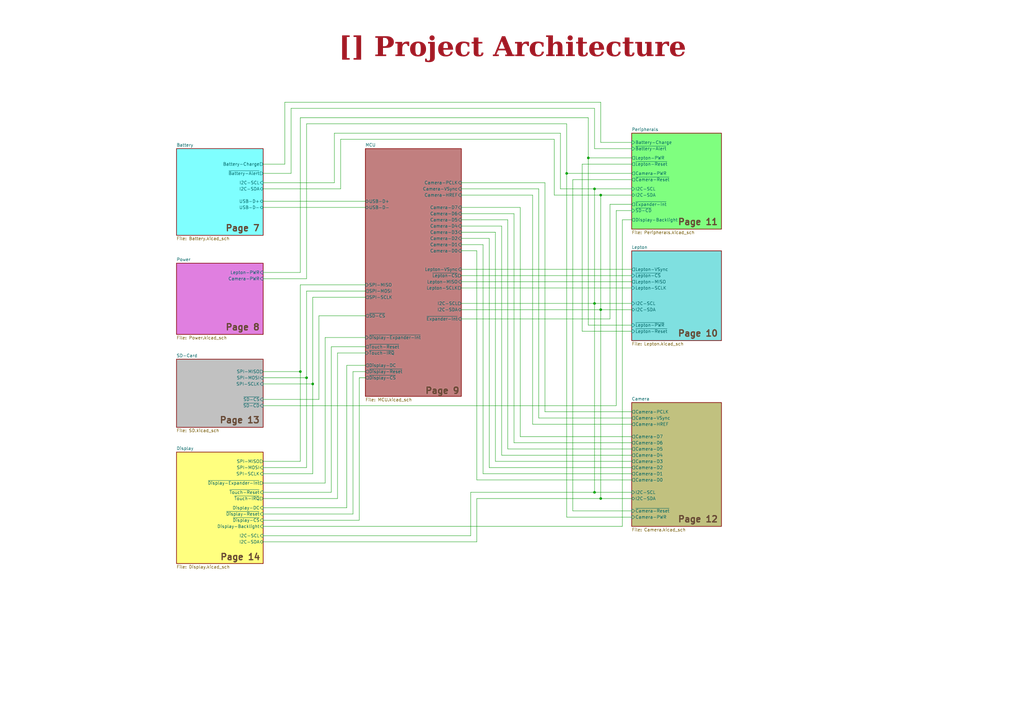
<source format=kicad_sch>
(kicad_sch
	(version 20250114)
	(generator "eeschema")
	(generator_version "9.0")
	(uuid "07236397-3ba4-47af-9809-3faac3a2aa49")
	(paper "A3")
	(title_block
		(title "Project Architecture")
		(date "2025-12-19")
		(rev "1")
		(company "${COMPANY}")
	)
	(lib_symbols)
	(text "Page 12"
		(exclude_from_sim no)
		(at 294.64 214.63 0)
		(effects
			(font
				(size 2.54 2.54)
				(bold yes)
				(color 100 70 50 1)
			)
			(justify right bottom)
			(href "#12")
		)
		(uuid "2871cd6c-ab66-4d2f-945b-4de70451c7bb")
	)
	(text "Page 11"
		(exclude_from_sim no)
		(at 294.64 92.71 0)
		(effects
			(font
				(size 2.54 2.54)
				(bold yes)
				(color 100 70 50 1)
			)
			(justify right bottom)
			(href "#11")
		)
		(uuid "57c57f56-0668-434e-81c6-7933fb1a8739")
	)
	(text "Page 13"
		(exclude_from_sim no)
		(at 106.68 173.99 0)
		(effects
			(font
				(size 2.54 2.54)
				(bold yes)
				(color 100 70 50 1)
			)
			(justify right bottom)
			(href "#13")
		)
		(uuid "638a784c-fcfc-4968-a5b5-85351d5d3388")
	)
	(text "Page 8"
		(exclude_from_sim no)
		(at 106.68 135.89 0)
		(effects
			(font
				(size 2.54 2.54)
				(bold yes)
				(color 100 70 50 1)
			)
			(justify right bottom)
			(href "#8")
		)
		(uuid "881cb629-4be2-4095-a103-2b2e6c9dc40b")
	)
	(text "Page 10"
		(exclude_from_sim no)
		(at 294.64 138.43 0)
		(effects
			(font
				(size 2.54 2.54)
				(bold yes)
				(color 100 70 50 1)
			)
			(justify right bottom)
			(href "#10")
		)
		(uuid "ae4d22cd-dc7b-44a1-8d5c-66824d4ee20d")
	)
	(text "Page 7"
		(exclude_from_sim no)
		(at 106.68 95.25 0)
		(effects
			(font
				(size 2.54 2.54)
				(bold yes)
				(color 100 70 50 1)
			)
			(justify right bottom)
			(href "#7")
		)
		(uuid "eb9a5743-4b3b-4757-96a2-046b4222c66f")
	)
	(text "Page 14"
		(exclude_from_sim no)
		(at 106.934 230.124 0)
		(effects
			(font
				(size 2.54 2.54)
				(bold yes)
				(color 100 70 50 1)
			)
			(justify right bottom)
			(href "#14")
		)
		(uuid "eee45d71-32fa-499f-a555-793967ed7e86")
	)
	(text "Page 9"
		(exclude_from_sim no)
		(at 188.595 161.925 0)
		(effects
			(font
				(size 2.54 2.54)
				(bold yes)
				(color 100 70 50 1)
			)
			(justify right bottom)
			(href "#9")
		)
		(uuid "fb19da00-d769-44a0-a5aa-b9a7506c2fc3")
	)
	(text_box "[${#}] ${TITLE}"
		(exclude_from_sim no)
		(at 12.7 12.7 0)
		(size 394.97 13.97)
		(margins 5.9999 5.9999 5.9999 5.9999)
		(stroke
			(width -0.0001)
			(type default)
		)
		(fill
			(type none)
		)
		(effects
			(font
				(face "Times New Roman")
				(size 8 8)
				(thickness 1.2)
				(bold yes)
				(color 162 22 34 1)
			)
		)
		(uuid "f4789478-c68e-4cee-9edd-5d11b744f94d")
	)
	(junction
		(at 243.84 77.47)
		(diameter 0)
		(color 0 0 0 0)
		(uuid "02564839-3fcb-4e0d-8c32-10df48b0f336")
	)
	(junction
		(at 125.73 154.94)
		(diameter 0)
		(color 0 0 0 0)
		(uuid "2e8a310f-64ea-4ae9-bdcc-d377c0acf538")
	)
	(junction
		(at 246.38 127)
		(diameter 0)
		(color 0 0 0 0)
		(uuid "5def8977-ce82-46a3-bed1-acace2146770")
	)
	(junction
		(at 241.3 64.77)
		(diameter 0)
		(color 0 0 0 0)
		(uuid "62f851bf-d1d5-4799-a7fd-1659782baf58")
	)
	(junction
		(at 232.41 71.12)
		(diameter 0)
		(color 0 0 0 0)
		(uuid "6c782de9-41bd-4201-b74a-dc4bff95e6c5")
	)
	(junction
		(at 123.19 152.4)
		(diameter 0)
		(color 0 0 0 0)
		(uuid "ac19c8e7-70a3-441e-9f5f-621b60d02cb5")
	)
	(junction
		(at 246.38 204.47)
		(diameter 0)
		(color 0 0 0 0)
		(uuid "b22d8c19-7456-4fbd-9bc0-1e298a822213")
	)
	(junction
		(at 128.27 157.48)
		(diameter 0)
		(color 0 0 0 0)
		(uuid "ce455330-64f2-4700-a268-92552285f847")
	)
	(junction
		(at 243.84 201.93)
		(diameter 0)
		(color 0 0 0 0)
		(uuid "d049ad6c-f75e-4eea-8bdc-01e23b2220b3")
	)
	(junction
		(at 246.38 80.01)
		(diameter 0)
		(color 0 0 0 0)
		(uuid "d80b6992-573a-4394-aedf-e247a45282e4")
	)
	(junction
		(at 243.84 124.46)
		(diameter 0)
		(color 0 0 0 0)
		(uuid "e5050336-5d19-4805-a071-7a27452f3f5c")
	)
	(wire
		(pts
			(xy 125.73 191.77) (xy 125.73 154.94)
		)
		(stroke
			(width 0)
			(type default)
		)
		(uuid "013ab93c-2a72-4e44-a514-5f6a79147866")
	)
	(wire
		(pts
			(xy 107.95 114.3) (xy 125.73 114.3)
		)
		(stroke
			(width 0)
			(type default)
		)
		(uuid "01bca6a3-c4ab-4430-90d6-64d17d353442")
	)
	(wire
		(pts
			(xy 144.78 152.4) (xy 149.86 152.4)
		)
		(stroke
			(width 0)
			(type default)
		)
		(uuid "021e5007-3396-4f06-8bfc-f9de150fbfc6")
	)
	(wire
		(pts
			(xy 259.08 86.36) (xy 252.73 86.36)
		)
		(stroke
			(width 0)
			(type default)
		)
		(uuid "02b74a90-a18b-49f7-8b8b-a85fe43ce3a1")
	)
	(wire
		(pts
			(xy 243.84 44.45) (xy 243.84 60.96)
		)
		(stroke
			(width 0)
			(type default)
		)
		(uuid "06553809-6ae2-4c78-aa23-e70245c05d2d")
	)
	(wire
		(pts
			(xy 125.73 154.94) (xy 107.95 154.94)
		)
		(stroke
			(width 0)
			(type default)
		)
		(uuid "074a71ea-1e53-4a79-8123-9c085078b3da")
	)
	(wire
		(pts
			(xy 205.74 92.71) (xy 189.23 92.71)
		)
		(stroke
			(width 0)
			(type default)
		)
		(uuid "0abb9731-dc7b-47ba-b6fd-61666cc5d410")
	)
	(wire
		(pts
			(xy 259.08 186.69) (xy 205.74 186.69)
		)
		(stroke
			(width 0)
			(type default)
		)
		(uuid "148d74da-f775-425b-95ed-ed00de405cc6")
	)
	(wire
		(pts
			(xy 189.23 90.17) (xy 208.28 90.17)
		)
		(stroke
			(width 0)
			(type default)
		)
		(uuid "157b110a-1140-42d5-bfd3-db0ee4d287f9")
	)
	(wire
		(pts
			(xy 223.52 74.93) (xy 223.52 168.91)
		)
		(stroke
			(width 0)
			(type default)
		)
		(uuid "1624cfa1-279c-43f7-b70e-c4aec07175ce")
	)
	(wire
		(pts
			(xy 128.27 194.31) (xy 128.27 157.48)
		)
		(stroke
			(width 0)
			(type default)
		)
		(uuid "164fad39-adf1-455b-861e-3267588eaf90")
	)
	(wire
		(pts
			(xy 193.04 219.71) (xy 193.04 201.93)
		)
		(stroke
			(width 0)
			(type default)
		)
		(uuid "166b5da1-cf2c-495b-ac8b-ab255b7c8384")
	)
	(wire
		(pts
			(xy 116.84 67.31) (xy 116.84 41.91)
		)
		(stroke
			(width 0)
			(type default)
		)
		(uuid "1712027b-7377-4843-864d-c67fdac42625")
	)
	(wire
		(pts
			(xy 107.95 219.71) (xy 193.04 219.71)
		)
		(stroke
			(width 0)
			(type default)
		)
		(uuid "178391c6-455a-48a9-9188-05fce18f3d99")
	)
	(wire
		(pts
			(xy 107.95 194.31) (xy 128.27 194.31)
		)
		(stroke
			(width 0)
			(type default)
		)
		(uuid "1854a2ea-040d-4122-803e-27da847b83b2")
	)
	(wire
		(pts
			(xy 133.35 198.12) (xy 133.35 138.43)
		)
		(stroke
			(width 0)
			(type default)
		)
		(uuid "18d89f5c-87d2-4f4a-b7a8-55da149a9e26")
	)
	(wire
		(pts
			(xy 243.84 60.96) (xy 259.08 60.96)
		)
		(stroke
			(width 0)
			(type default)
		)
		(uuid "19364eea-2102-497a-aa55-d610d3fd19a6")
	)
	(wire
		(pts
			(xy 149.86 121.92) (xy 128.27 121.92)
		)
		(stroke
			(width 0)
			(type default)
		)
		(uuid "1b72fd4d-f4f9-45f3-8637-405c9b20d92b")
	)
	(wire
		(pts
			(xy 119.38 71.12) (xy 119.38 44.45)
		)
		(stroke
			(width 0)
			(type default)
		)
		(uuid "1f10b01f-0ac2-4195-be83-17d51c4339cf")
	)
	(wire
		(pts
			(xy 144.78 210.82) (xy 144.78 152.4)
		)
		(stroke
			(width 0)
			(type default)
		)
		(uuid "20dcff58-b042-4660-8d94-af9deab71751")
	)
	(wire
		(pts
			(xy 107.95 191.77) (xy 125.73 191.77)
		)
		(stroke
			(width 0)
			(type default)
		)
		(uuid "241118a6-08bd-47a1-a401-e4ab65720f4f")
	)
	(wire
		(pts
			(xy 259.08 204.47) (xy 246.38 204.47)
		)
		(stroke
			(width 0)
			(type default)
		)
		(uuid "24c8baa2-51d8-4b05-9bbf-4a927f69fd22")
	)
	(wire
		(pts
			(xy 250.19 83.82) (xy 259.08 83.82)
		)
		(stroke
			(width 0)
			(type default)
		)
		(uuid "25b759f3-51c9-4499-ad2f-5c9aa8f7fc3a")
	)
	(wire
		(pts
			(xy 238.76 67.31) (xy 259.08 67.31)
		)
		(stroke
			(width 0)
			(type default)
		)
		(uuid "26af439b-e20a-4fad-9cff-ad2110d68214")
	)
	(wire
		(pts
			(xy 130.81 129.54) (xy 149.86 129.54)
		)
		(stroke
			(width 0)
			(type default)
		)
		(uuid "26ca6896-4164-4c56-a26c-15bcfe61fd14")
	)
	(wire
		(pts
			(xy 250.19 83.82) (xy 250.19 130.81)
		)
		(stroke
			(width 0)
			(type default)
		)
		(uuid "28c97eaa-2fee-474b-a4ff-9d70f09aa0ed")
	)
	(wire
		(pts
			(xy 246.38 80.01) (xy 259.08 80.01)
		)
		(stroke
			(width 0)
			(type default)
		)
		(uuid "2941cc61-4cb9-4bff-a82d-cda73dba433f")
	)
	(wire
		(pts
			(xy 238.76 135.89) (xy 259.08 135.89)
		)
		(stroke
			(width 0)
			(type default)
		)
		(uuid "307d2a96-5611-44e9-8358-43b7ad911826")
	)
	(wire
		(pts
			(xy 107.95 163.83) (xy 130.81 163.83)
		)
		(stroke
			(width 0)
			(type default)
		)
		(uuid "3171bbf9-1a3a-4633-8124-60ba24fcd504")
	)
	(wire
		(pts
			(xy 243.84 77.47) (xy 229.87 77.47)
		)
		(stroke
			(width 0)
			(type default)
		)
		(uuid "31907d7f-d146-4224-8bc1-abf49d587d11")
	)
	(wire
		(pts
			(xy 193.04 201.93) (xy 243.84 201.93)
		)
		(stroke
			(width 0)
			(type default)
		)
		(uuid "3316565b-f9aa-444a-9696-66e5403a5c91")
	)
	(wire
		(pts
			(xy 234.95 209.55) (xy 259.08 209.55)
		)
		(stroke
			(width 0)
			(type default)
		)
		(uuid "346abd03-4353-49f0-afc3-d1476c64ebe4")
	)
	(wire
		(pts
			(xy 135.89 201.93) (xy 107.95 201.93)
		)
		(stroke
			(width 0)
			(type default)
		)
		(uuid "35df957c-9c90-4767-8450-370740606d83")
	)
	(wire
		(pts
			(xy 220.98 171.45) (xy 220.98 77.47)
		)
		(stroke
			(width 0)
			(type default)
		)
		(uuid "370a56c4-5688-4f5c-8ba4-52aaebb595b2")
	)
	(wire
		(pts
			(xy 149.86 119.38) (xy 125.73 119.38)
		)
		(stroke
			(width 0)
			(type default)
		)
		(uuid "380aafea-950e-46f2-b222-8ee92832300f")
	)
	(wire
		(pts
			(xy 252.73 86.36) (xy 252.73 166.37)
		)
		(stroke
			(width 0)
			(type default)
		)
		(uuid "3b5708e8-7232-4fdf-83c2-0f2ef06edd3c")
	)
	(wire
		(pts
			(xy 138.43 204.47) (xy 138.43 144.78)
		)
		(stroke
			(width 0)
			(type default)
		)
		(uuid "3bfdbb4d-979d-437e-ae25-65fb352073e3")
	)
	(wire
		(pts
			(xy 107.95 198.12) (xy 133.35 198.12)
		)
		(stroke
			(width 0)
			(type default)
		)
		(uuid "3c82a646-858d-4a6f-b0ea-52d5bd7baf5f")
	)
	(wire
		(pts
			(xy 259.08 90.17) (xy 255.27 90.17)
		)
		(stroke
			(width 0)
			(type default)
		)
		(uuid "403a7663-1cbc-4383-8805-2063e7e849d8")
	)
	(wire
		(pts
			(xy 123.19 189.23) (xy 123.19 152.4)
		)
		(stroke
			(width 0)
			(type default)
		)
		(uuid "440e5673-5bba-409c-9622-01964138d098")
	)
	(wire
		(pts
			(xy 139.7 57.15) (xy 139.7 77.47)
		)
		(stroke
			(width 0)
			(type default)
		)
		(uuid "44109d21-f5d3-4dba-9309-15bf6174ba8b")
	)
	(wire
		(pts
			(xy 149.86 116.84) (xy 123.19 116.84)
		)
		(stroke
			(width 0)
			(type default)
		)
		(uuid "453fb578-f5a2-40ba-920b-d63b6a5dd18b")
	)
	(wire
		(pts
			(xy 232.41 71.12) (xy 259.08 71.12)
		)
		(stroke
			(width 0)
			(type default)
		)
		(uuid "4b49c380-9323-40f3-ae8c-0c12d40d5974")
	)
	(wire
		(pts
			(xy 243.84 124.46) (xy 259.08 124.46)
		)
		(stroke
			(width 0)
			(type default)
		)
		(uuid "52573a77-7131-487c-9450-782f75c6d378")
	)
	(wire
		(pts
			(xy 205.74 186.69) (xy 205.74 92.71)
		)
		(stroke
			(width 0)
			(type default)
		)
		(uuid "52dbfb34-d667-4289-b9bc-f8d2cc8f7dc7")
	)
	(wire
		(pts
			(xy 189.23 113.03) (xy 259.08 113.03)
		)
		(stroke
			(width 0)
			(type default)
		)
		(uuid "53740df2-a1ba-4fb5-b1e1-19398fdbf7e4")
	)
	(wire
		(pts
			(xy 107.95 210.82) (xy 144.78 210.82)
		)
		(stroke
			(width 0)
			(type default)
		)
		(uuid "55d8f367-390a-4d46-a104-2754e25c4a95")
	)
	(wire
		(pts
			(xy 259.08 133.35) (xy 241.3 133.35)
		)
		(stroke
			(width 0)
			(type default)
		)
		(uuid "5a5ddd46-1325-4105-807a-a44f0f06a75d")
	)
	(wire
		(pts
			(xy 223.52 168.91) (xy 259.08 168.91)
		)
		(stroke
			(width 0)
			(type default)
		)
		(uuid "5d0bd712-31a3-4d4f-8631-809621ad94cc")
	)
	(wire
		(pts
			(xy 107.95 67.31) (xy 116.84 67.31)
		)
		(stroke
			(width 0)
			(type default)
		)
		(uuid "6032cacc-2f80-46f5-bc7b-cf10af0ae119")
	)
	(wire
		(pts
			(xy 208.28 90.17) (xy 208.28 184.15)
		)
		(stroke
			(width 0)
			(type default)
		)
		(uuid "60ad5797-a6a8-4e44-a170-ba3723e618ce")
	)
	(wire
		(pts
			(xy 241.3 48.26) (xy 123.19 48.26)
		)
		(stroke
			(width 0)
			(type default)
		)
		(uuid "6266b0e2-5517-43e7-be9b-9911cede4965")
	)
	(wire
		(pts
			(xy 232.41 212.09) (xy 259.08 212.09)
		)
		(stroke
			(width 0)
			(type default)
		)
		(uuid "6298000a-d9df-40c6-9424-144582625da0")
	)
	(wire
		(pts
			(xy 107.95 71.12) (xy 119.38 71.12)
		)
		(stroke
			(width 0)
			(type default)
		)
		(uuid "638c7839-e9ec-48d0-8686-a7630b3d50d5")
	)
	(wire
		(pts
			(xy 189.23 127) (xy 246.38 127)
		)
		(stroke
			(width 0)
			(type default)
		)
		(uuid "65e60762-224f-428c-ab38-2c5e5f47cbf8")
	)
	(wire
		(pts
			(xy 195.58 102.87) (xy 189.23 102.87)
		)
		(stroke
			(width 0)
			(type default)
		)
		(uuid "67d88e06-6d87-44a2-b752-4b7619144a8d")
	)
	(wire
		(pts
			(xy 259.08 191.77) (xy 200.66 191.77)
		)
		(stroke
			(width 0)
			(type default)
		)
		(uuid "689894b8-2b63-417e-bc45-adba94f1832d")
	)
	(wire
		(pts
			(xy 227.33 57.15) (xy 139.7 57.15)
		)
		(stroke
			(width 0)
			(type default)
		)
		(uuid "6cb34301-8d75-43c0-ae9d-f54d35dd6465")
	)
	(wire
		(pts
			(xy 123.19 48.26) (xy 123.19 111.76)
		)
		(stroke
			(width 0)
			(type default)
		)
		(uuid "6d18f2b0-04df-4716-82b9-3e6d31e137ed")
	)
	(wire
		(pts
			(xy 220.98 77.47) (xy 189.23 77.47)
		)
		(stroke
			(width 0)
			(type default)
		)
		(uuid "6dcc3afc-56bd-47bb-a6e5-3591c3beeabd")
	)
	(wire
		(pts
			(xy 213.36 85.09) (xy 213.36 179.07)
		)
		(stroke
			(width 0)
			(type default)
		)
		(uuid "6ec3777e-e25a-4abf-bfc9-bc92dac8fa55")
	)
	(wire
		(pts
			(xy 125.73 50.8) (xy 125.73 114.3)
		)
		(stroke
			(width 0)
			(type default)
		)
		(uuid "6fcaa59b-ea96-4d53-9238-341b909a2c71")
	)
	(wire
		(pts
			(xy 189.23 95.25) (xy 203.2 95.25)
		)
		(stroke
			(width 0)
			(type default)
		)
		(uuid "7223b4e1-6fb3-454a-9ba8-3f94136e7005")
	)
	(wire
		(pts
			(xy 123.19 116.84) (xy 123.19 152.4)
		)
		(stroke
			(width 0)
			(type default)
		)
		(uuid "733e52c6-0530-4da2-a927-68814bab4f61")
	)
	(wire
		(pts
			(xy 137.16 54.61) (xy 137.16 74.93)
		)
		(stroke
			(width 0)
			(type default)
		)
		(uuid "7582a9f5-40b5-4713-aad1-0f749f554eb4")
	)
	(wire
		(pts
			(xy 259.08 64.77) (xy 241.3 64.77)
		)
		(stroke
			(width 0)
			(type default)
		)
		(uuid "76f18911-5bae-463b-b124-dfd15aa1b2e3")
	)
	(wire
		(pts
			(xy 135.89 142.24) (xy 135.89 201.93)
		)
		(stroke
			(width 0)
			(type default)
		)
		(uuid "7b20636d-582e-46f8-84f1-fa06f876a6a5")
	)
	(wire
		(pts
			(xy 232.41 50.8) (xy 232.41 71.12)
		)
		(stroke
			(width 0)
			(type default)
		)
		(uuid "7c79daab-5a61-4c6a-840d-9e770c8ded20")
	)
	(wire
		(pts
			(xy 259.08 201.93) (xy 243.84 201.93)
		)
		(stroke
			(width 0)
			(type default)
		)
		(uuid "7e73aa07-7323-412c-b9cf-7cb9b99e79e5")
	)
	(wire
		(pts
			(xy 241.3 64.77) (xy 241.3 48.26)
		)
		(stroke
			(width 0)
			(type default)
		)
		(uuid "7fe0166a-88ce-4d0c-b5cd-448d47d1b86b")
	)
	(wire
		(pts
			(xy 203.2 95.25) (xy 203.2 189.23)
		)
		(stroke
			(width 0)
			(type default)
		)
		(uuid "89ba80b2-8ec4-48cb-8d12-d4effe83c46a")
	)
	(wire
		(pts
			(xy 189.23 124.46) (xy 243.84 124.46)
		)
		(stroke
			(width 0)
			(type default)
		)
		(uuid "89bfde50-802e-48ab-85c8-a8a129ce6154")
	)
	(wire
		(pts
			(xy 147.32 154.94) (xy 149.86 154.94)
		)
		(stroke
			(width 0)
			(type default)
		)
		(uuid "89fff7a5-51cd-4ffe-a02e-4b93e9c3f957")
	)
	(wire
		(pts
			(xy 123.19 152.4) (xy 107.95 152.4)
		)
		(stroke
			(width 0)
			(type default)
		)
		(uuid "8afa223a-b39e-478e-b2c0-75560b9fcbc5")
	)
	(wire
		(pts
			(xy 218.44 173.99) (xy 259.08 173.99)
		)
		(stroke
			(width 0)
			(type default)
		)
		(uuid "8b45e79b-b939-40cb-ade5-46ae0cf33724")
	)
	(wire
		(pts
			(xy 259.08 181.61) (xy 210.82 181.61)
		)
		(stroke
			(width 0)
			(type default)
		)
		(uuid "8e0266c2-ee62-4e93-89f8-bbc4f0d98181")
	)
	(wire
		(pts
			(xy 107.95 204.47) (xy 138.43 204.47)
		)
		(stroke
			(width 0)
			(type default)
		)
		(uuid "933de6cd-7f89-4e0e-82b1-149898bb96a5")
	)
	(wire
		(pts
			(xy 142.24 208.28) (xy 107.95 208.28)
		)
		(stroke
			(width 0)
			(type default)
		)
		(uuid "943844c9-3d20-4ece-805d-d4084d545e0d")
	)
	(wire
		(pts
			(xy 195.58 196.85) (xy 195.58 102.87)
		)
		(stroke
			(width 0)
			(type default)
		)
		(uuid "9501b6cf-94db-42f2-a985-5859c0eebf6a")
	)
	(wire
		(pts
			(xy 234.95 73.66) (xy 259.08 73.66)
		)
		(stroke
			(width 0)
			(type default)
		)
		(uuid "95bcb714-1ba6-462f-99fb-10472c8e6ccb")
	)
	(wire
		(pts
			(xy 246.38 204.47) (xy 246.38 127)
		)
		(stroke
			(width 0)
			(type default)
		)
		(uuid "95ead9f6-5b9f-4c6f-9f07-99a855090f23")
	)
	(wire
		(pts
			(xy 243.84 77.47) (xy 259.08 77.47)
		)
		(stroke
			(width 0)
			(type default)
		)
		(uuid "961bfb55-fc07-4965-81bf-781fd4e2c67b")
	)
	(wire
		(pts
			(xy 218.44 80.01) (xy 218.44 173.99)
		)
		(stroke
			(width 0)
			(type default)
		)
		(uuid "96a50157-7efa-492c-b4f1-73565a659b10")
	)
	(wire
		(pts
			(xy 107.95 111.76) (xy 123.19 111.76)
		)
		(stroke
			(width 0)
			(type default)
		)
		(uuid "96cb55d0-30dd-4aad-a04f-ab6dbf4455fd")
	)
	(wire
		(pts
			(xy 137.16 74.93) (xy 107.95 74.93)
		)
		(stroke
			(width 0)
			(type default)
		)
		(uuid "99ab67ac-8de0-49bd-8da6-e025e9bb6e23")
	)
	(wire
		(pts
			(xy 259.08 196.85) (xy 195.58 196.85)
		)
		(stroke
			(width 0)
			(type default)
		)
		(uuid "9dd287c0-3096-4be2-84c2-6b3cb82029f5")
	)
	(wire
		(pts
			(xy 243.84 201.93) (xy 243.84 124.46)
		)
		(stroke
			(width 0)
			(type default)
		)
		(uuid "9e0b2ebd-7c46-4173-ad49-7c5e5cb8813d")
	)
	(wire
		(pts
			(xy 189.23 100.33) (xy 198.12 100.33)
		)
		(stroke
			(width 0)
			(type default)
		)
		(uuid "9e1e4afb-5e6a-4fc3-a327-38b3a6bf0a41")
	)
	(wire
		(pts
			(xy 255.27 90.17) (xy 255.27 215.9)
		)
		(stroke
			(width 0)
			(type default)
		)
		(uuid "a50da106-ff4b-4f7c-84cf-6a88c5a4f7ec")
	)
	(wire
		(pts
			(xy 142.24 149.86) (xy 149.86 149.86)
		)
		(stroke
			(width 0)
			(type default)
		)
		(uuid "a677e700-c89c-4404-8c5e-e27731a0ade7")
	)
	(wire
		(pts
			(xy 139.7 77.47) (xy 107.95 77.47)
		)
		(stroke
			(width 0)
			(type default)
		)
		(uuid "a680fc11-758e-4615-872f-fa4d6d32e126")
	)
	(wire
		(pts
			(xy 125.73 50.8) (xy 232.41 50.8)
		)
		(stroke
			(width 0)
			(type default)
		)
		(uuid "a7817925-a834-4316-872c-01b56614aaf4")
	)
	(wire
		(pts
			(xy 107.95 82.55) (xy 149.86 82.55)
		)
		(stroke
			(width 0)
			(type default)
		)
		(uuid "a9b41647-4e2a-4ad2-8fd9-49a93aa827af")
	)
	(wire
		(pts
			(xy 133.35 138.43) (xy 149.86 138.43)
		)
		(stroke
			(width 0)
			(type default)
		)
		(uuid "ab5ce4fd-d680-4f59-9405-a75a84ac590f")
	)
	(wire
		(pts
			(xy 246.38 80.01) (xy 227.33 80.01)
		)
		(stroke
			(width 0)
			(type default)
		)
		(uuid "ac9ba950-383c-4722-b341-ad5d45dff26d")
	)
	(wire
		(pts
			(xy 259.08 171.45) (xy 220.98 171.45)
		)
		(stroke
			(width 0)
			(type default)
		)
		(uuid "ade4c296-a4f2-44bd-9e12-40ff5ac8baa5")
	)
	(wire
		(pts
			(xy 189.23 80.01) (xy 218.44 80.01)
		)
		(stroke
			(width 0)
			(type default)
		)
		(uuid "aeba729d-f543-4f8c-99a6-9d2e9683efb6")
	)
	(wire
		(pts
			(xy 189.23 97.79) (xy 200.66 97.79)
		)
		(stroke
			(width 0)
			(type default)
		)
		(uuid "aed5b503-d7e5-4f13-b578-66b962a8bc74")
	)
	(wire
		(pts
			(xy 198.12 194.31) (xy 259.08 194.31)
		)
		(stroke
			(width 0)
			(type default)
		)
		(uuid "b2dae2eb-22e6-417b-83f0-5170558c0ad1")
	)
	(wire
		(pts
			(xy 142.24 149.86) (xy 142.24 208.28)
		)
		(stroke
			(width 0)
			(type default)
		)
		(uuid "b673141e-7879-4165-a348-f46840e8172a")
	)
	(wire
		(pts
			(xy 227.33 80.01) (xy 227.33 57.15)
		)
		(stroke
			(width 0)
			(type default)
		)
		(uuid "b67bc6fa-81cc-4c50-bf56-8badc27e5455")
	)
	(wire
		(pts
			(xy 125.73 119.38) (xy 125.73 154.94)
		)
		(stroke
			(width 0)
			(type default)
		)
		(uuid "b8f10f2d-8bfe-4452-ad59-f38aab0903aa")
	)
	(wire
		(pts
			(xy 243.84 124.46) (xy 243.84 77.47)
		)
		(stroke
			(width 0)
			(type default)
		)
		(uuid "ba8c7fe5-eb30-4109-8968-ab35c2637649")
	)
	(wire
		(pts
			(xy 229.87 77.47) (xy 229.87 54.61)
		)
		(stroke
			(width 0)
			(type default)
		)
		(uuid "bab553d4-5c5d-4982-9245-89eb5555a103")
	)
	(wire
		(pts
			(xy 128.27 157.48) (xy 107.95 157.48)
		)
		(stroke
			(width 0)
			(type default)
		)
		(uuid "bb1f4418-069b-4e77-8e1e-fe3bc1ef696e")
	)
	(wire
		(pts
			(xy 252.73 166.37) (xy 107.95 166.37)
		)
		(stroke
			(width 0)
			(type default)
		)
		(uuid "bd6f1a7a-205c-4dd8-a4f6-fb632f340991")
	)
	(wire
		(pts
			(xy 107.95 189.23) (xy 123.19 189.23)
		)
		(stroke
			(width 0)
			(type default)
		)
		(uuid "be1b2e52-2955-4ce3-a955-c01842fc8a0e")
	)
	(wire
		(pts
			(xy 189.23 130.81) (xy 250.19 130.81)
		)
		(stroke
			(width 0)
			(type default)
		)
		(uuid "c05f9f75-76f3-49d4-b2ea-5990db6fe6b5")
	)
	(wire
		(pts
			(xy 210.82 181.61) (xy 210.82 87.63)
		)
		(stroke
			(width 0)
			(type default)
		)
		(uuid "c47da599-c2b1-4589-a5a5-3a8c23763775")
	)
	(wire
		(pts
			(xy 229.87 54.61) (xy 137.16 54.61)
		)
		(stroke
			(width 0)
			(type default)
		)
		(uuid "c5bfabcd-d1fb-4a49-80e1-459b6b131649")
	)
	(wire
		(pts
			(xy 189.23 85.09) (xy 213.36 85.09)
		)
		(stroke
			(width 0)
			(type default)
		)
		(uuid "c68aef12-d6cb-4f35-8bb8-bf3115b022bf")
	)
	(wire
		(pts
			(xy 195.58 222.25) (xy 107.95 222.25)
		)
		(stroke
			(width 0)
			(type default)
		)
		(uuid "c849c9db-6cf0-4198-8342-fed02b2392ae")
	)
	(wire
		(pts
			(xy 210.82 87.63) (xy 189.23 87.63)
		)
		(stroke
			(width 0)
			(type default)
		)
		(uuid "c8a4b42f-7a74-498b-85cf-14aebb0224ed")
	)
	(wire
		(pts
			(xy 189.23 110.49) (xy 259.08 110.49)
		)
		(stroke
			(width 0)
			(type default)
		)
		(uuid "cd91505e-3357-4b98-9698-635d4b5d4be9")
	)
	(wire
		(pts
			(xy 234.95 209.55) (xy 234.95 73.66)
		)
		(stroke
			(width 0)
			(type default)
		)
		(uuid "cd91c7d1-cfa7-44ec-b9c4-2be1783e2bb1")
	)
	(wire
		(pts
			(xy 189.23 115.57) (xy 259.08 115.57)
		)
		(stroke
			(width 0)
			(type default)
		)
		(uuid "ce7ecac9-19d3-4e48-bf3b-401b7119786d")
	)
	(wire
		(pts
			(xy 246.38 58.42) (xy 259.08 58.42)
		)
		(stroke
			(width 0)
			(type default)
		)
		(uuid "cf34f4bd-2555-4992-b097-e87b665f8227")
	)
	(wire
		(pts
			(xy 149.86 142.24) (xy 135.89 142.24)
		)
		(stroke
			(width 0)
			(type default)
		)
		(uuid "cf357f74-d453-4567-8766-5991453ae6e4")
	)
	(wire
		(pts
			(xy 107.95 85.09) (xy 149.86 85.09)
		)
		(stroke
			(width 0)
			(type default)
		)
		(uuid "cf88a497-f30a-4c80-8d4b-70c06c6591ae")
	)
	(wire
		(pts
			(xy 107.95 215.9) (xy 255.27 215.9)
		)
		(stroke
			(width 0)
			(type default)
		)
		(uuid "d001eef4-a60b-43ee-9686-90691aaaa421")
	)
	(wire
		(pts
			(xy 189.23 74.93) (xy 223.52 74.93)
		)
		(stroke
			(width 0)
			(type default)
		)
		(uuid "d006998c-dbf6-46bc-90e9-87ec8c7fe090")
	)
	(wire
		(pts
			(xy 246.38 204.47) (xy 195.58 204.47)
		)
		(stroke
			(width 0)
			(type default)
		)
		(uuid "d4bdf89b-9433-420c-a755-606c3e9fc2ec")
	)
	(wire
		(pts
			(xy 119.38 44.45) (xy 243.84 44.45)
		)
		(stroke
			(width 0)
			(type default)
		)
		(uuid "d4fb5704-9fe6-4546-88ff-ec3bd6c49a7d")
	)
	(wire
		(pts
			(xy 246.38 127) (xy 259.08 127)
		)
		(stroke
			(width 0)
			(type default)
		)
		(uuid "d5edf98d-b3bc-4bbd-83d9-ab5c003d2d1b")
	)
	(wire
		(pts
			(xy 198.12 100.33) (xy 198.12 194.31)
		)
		(stroke
			(width 0)
			(type default)
		)
		(uuid "d8fc4916-443a-469d-a2e2-4c190eb16c34")
	)
	(wire
		(pts
			(xy 246.38 41.91) (xy 246.38 58.42)
		)
		(stroke
			(width 0)
			(type default)
		)
		(uuid "d90e77f2-871b-45ee-b8d8-c3968db41baa")
	)
	(wire
		(pts
			(xy 238.76 67.31) (xy 238.76 135.89)
		)
		(stroke
			(width 0)
			(type default)
		)
		(uuid "db064e3a-323a-49e2-91ef-28685469f620")
	)
	(wire
		(pts
			(xy 195.58 204.47) (xy 195.58 222.25)
		)
		(stroke
			(width 0)
			(type default)
		)
		(uuid "db814128-28ab-4d89-a546-727a98f4de76")
	)
	(wire
		(pts
			(xy 130.81 129.54) (xy 130.81 163.83)
		)
		(stroke
			(width 0)
			(type default)
		)
		(uuid "dc30d8ff-0f1c-43d8-90de-cb3a6fc7fd69")
	)
	(wire
		(pts
			(xy 128.27 121.92) (xy 128.27 157.48)
		)
		(stroke
			(width 0)
			(type default)
		)
		(uuid "dd06acb7-c6f6-45c0-a66e-1fd724f37bc5")
	)
	(wire
		(pts
			(xy 213.36 179.07) (xy 259.08 179.07)
		)
		(stroke
			(width 0)
			(type default)
		)
		(uuid "dde2a9db-9a20-4ae9-ad42-80bd8e9e4300")
	)
	(wire
		(pts
			(xy 200.66 191.77) (xy 200.66 97.79)
		)
		(stroke
			(width 0)
			(type default)
		)
		(uuid "dde5c2fe-c9e9-4a51-b6fd-e0b1503c75c8")
	)
	(wire
		(pts
			(xy 147.32 213.36) (xy 147.32 154.94)
		)
		(stroke
			(width 0)
			(type default)
		)
		(uuid "e04bd784-b04e-4e80-8afc-65d0995711b6")
	)
	(wire
		(pts
			(xy 208.28 184.15) (xy 259.08 184.15)
		)
		(stroke
			(width 0)
			(type default)
		)
		(uuid "e6ec184c-76d0-4020-b87e-daef85d0b721")
	)
	(wire
		(pts
			(xy 241.3 64.77) (xy 241.3 133.35)
		)
		(stroke
			(width 0)
			(type default)
		)
		(uuid "e760b026-7fba-48cf-bf4b-5851f64a9444")
	)
	(wire
		(pts
			(xy 107.95 213.36) (xy 147.32 213.36)
		)
		(stroke
			(width 0)
			(type default)
		)
		(uuid "f0187336-05bd-47e6-a5f3-99c8dcf4a07e")
	)
	(wire
		(pts
			(xy 232.41 71.12) (xy 232.41 212.09)
		)
		(stroke
			(width 0)
			(type default)
		)
		(uuid "f099d2cd-7b6a-4c59-9350-d035e41422cf")
	)
	(wire
		(pts
			(xy 189.23 118.11) (xy 259.08 118.11)
		)
		(stroke
			(width 0)
			(type default)
		)
		(uuid "f0ff863f-cb2c-48d7-9f58-e41677bf1c01")
	)
	(wire
		(pts
			(xy 246.38 127) (xy 246.38 80.01)
		)
		(stroke
			(width 0)
			(type default)
		)
		(uuid "f27c5628-5c6a-4286-88f2-72916c8d99b7")
	)
	(wire
		(pts
			(xy 116.84 41.91) (xy 246.38 41.91)
		)
		(stroke
			(width 0)
			(type default)
		)
		(uuid "f6c9ede0-79eb-428f-b9e0-9195d3dbccbb")
	)
	(wire
		(pts
			(xy 203.2 189.23) (xy 259.08 189.23)
		)
		(stroke
			(width 0)
			(type default)
		)
		(uuid "f9e41627-d1ce-4b14-abd2-84d17d7ff4a8")
	)
	(wire
		(pts
			(xy 138.43 144.78) (xy 149.86 144.78)
		)
		(stroke
			(width 0)
			(type default)
		)
		(uuid "fbc3f95b-b11e-48ae-871e-ca654a52faa0")
	)
	(sheet
		(at 149.86 60.96)
		(size 39.37 101.6)
		(exclude_from_sim no)
		(in_bom yes)
		(on_board yes)
		(dnp no)
		(fields_autoplaced yes)
		(stroke
			(width 0.254)
			(type solid)
		)
		(fill
			(color 132 0 0 0.5000)
		)
		(uuid "85a410e7-e905-4760-8407-37aaa1389258")
		(property "Sheetname" "MCU"
			(at 149.86 60.1976 0)
			(effects
				(font
					(size 1.27 1.27)
				)
				(justify left bottom)
			)
		)
		(property "Sheetfile" "MCU.kicad_sch"
			(at 149.86 163.1954 0)
			(effects
				(font
					(size 1.27 1.27)
				)
				(justify left top)
			)
		)
		(pin "Camera-PCLK" input
			(at 189.23 74.93 0)
			(uuid "6d17b398-312d-4745-ad76-e74e9e84d9cb")
			(effects
				(font
					(size 1.27 1.27)
				)
				(justify right)
			)
		)
		(pin "Camera-HREF" input
			(at 189.23 80.01 0)
			(uuid "8c0e9136-2a66-4476-8aa8-bb97d49d3d34")
			(effects
				(font
					(size 1.27 1.27)
				)
				(justify right)
			)
		)
		(pin "Camera-D7" input
			(at 189.23 85.09 0)
			(uuid "85c4eb33-1177-465d-9d0c-e9cf45db3fc0")
			(effects
				(font
					(size 1.27 1.27)
				)
				(justify right)
			)
		)
		(pin "Camera-D3" input
			(at 189.23 95.25 0)
			(uuid "2994a989-eb1a-4d1e-b9f9-cac46915b5c8")
			(effects
				(font
					(size 1.27 1.27)
				)
				(justify right)
			)
		)
		(pin "Camera-D0" input
			(at 189.23 102.87 0)
			(uuid "a8928624-cc78-4b0e-a2b2-32dd65717a6e")
			(effects
				(font
					(size 1.27 1.27)
				)
				(justify right)
			)
		)
		(pin "Camera-VSync" input
			(at 189.23 77.47 0)
			(uuid "6c7410c1-6f6c-4550-ba7c-fdb3c34e62af")
			(effects
				(font
					(size 1.27 1.27)
				)
				(justify right)
			)
		)
		(pin "Camera-D4" input
			(at 189.23 92.71 0)
			(uuid "d60c3968-4429-40af-a64d-d1ec592bee1b")
			(effects
				(font
					(size 1.27 1.27)
				)
				(justify right)
			)
		)
		(pin "Camera-D2" input
			(at 189.23 97.79 0)
			(uuid "f10aa2a2-6947-4ffb-a04e-b2ff4be637aa")
			(effects
				(font
					(size 1.27 1.27)
				)
				(justify right)
			)
		)
		(pin "Camera-D1" input
			(at 189.23 100.33 0)
			(uuid "fc93680e-1a96-41c8-a989-101295a054f2")
			(effects
				(font
					(size 1.27 1.27)
				)
				(justify right)
			)
		)
		(pin "Camera-D6" input
			(at 189.23 87.63 0)
			(uuid "9b1752e4-06e8-4d7d-8324-24a08f939804")
			(effects
				(font
					(size 1.27 1.27)
				)
				(justify right)
			)
		)
		(pin "Camera-D5" input
			(at 189.23 90.17 0)
			(uuid "f3441cb3-211b-49e4-91af-0c5db6c57447")
			(effects
				(font
					(size 1.27 1.27)
				)
				(justify right)
			)
		)
		(pin "~{Lepton-CS}" output
			(at 189.23 113.03 0)
			(uuid "6be54c3e-cd9d-4912-a40a-97e8d2377069")
			(effects
				(font
					(size 1.27 1.27)
				)
				(justify right)
			)
		)
		(pin "SPI-MOSI" output
			(at 149.86 119.38 180)
			(uuid "25c8b194-4266-4f1e-9d08-fb233454b818")
			(effects
				(font
					(size 1.27 1.27)
				)
				(justify left)
			)
		)
		(pin "Lepton-MISO" input
			(at 189.23 115.57 0)
			(uuid "6da8c796-ffe8-4aa4-9baa-ec145b51be74")
			(effects
				(font
					(size 1.27 1.27)
				)
				(justify right)
			)
		)
		(pin "SPI-SCLK" output
			(at 149.86 121.92 180)
			(uuid "feb469cc-af1c-4771-9f6f-6d496fb09af5")
			(effects
				(font
					(size 1.27 1.27)
				)
				(justify left)
			)
		)
		(pin "USB-D-" bidirectional
			(at 149.86 85.09 180)
			(uuid "64f66a42-d969-4869-b928-e67f1a022c95")
			(effects
				(font
					(size 1.27 1.27)
				)
				(justify left)
			)
		)
		(pin "Lepton-VSync" input
			(at 189.23 110.49 0)
			(uuid "2b2d9292-5083-4635-b80a-63e847c18161")
			(effects
				(font
					(size 1.27 1.27)
				)
				(justify right)
			)
		)
		(pin "USB-D+" bidirectional
			(at 149.86 82.55 180)
			(uuid "301b1533-b9c7-4e81-b03c-e4bb604f75b9")
			(effects
				(font
					(size 1.27 1.27)
				)
				(justify left)
			)
		)
		(pin "SPI-MISO" input
			(at 149.86 116.84 180)
			(uuid "a5440210-f8e6-4928-bf22-f2124e0b221d")
			(effects
				(font
					(size 1.27 1.27)
				)
				(justify left)
			)
		)
		(pin "Lepton-SCLK" output
			(at 189.23 118.11 0)
			(uuid "ac007033-881b-4931-8854-8bf9fcafc610")
			(effects
				(font
					(size 1.27 1.27)
				)
				(justify right)
			)
		)
		(pin "~{Expander-Int}" input
			(at 189.23 130.81 0)
			(uuid "52001c05-2329-41b0-9162-316ae8c2d528")
			(effects
				(font
					(size 1.27 1.27)
				)
				(justify right)
			)
		)
		(pin "~{SD-CS}" output
			(at 149.86 129.54 180)
			(uuid "da618484-4a24-440f-8705-f22c6cf9fefe")
			(effects
				(font
					(size 1.27 1.27)
				)
				(justify left)
			)
		)
		(pin "~{Display-CS}" output
			(at 149.86 154.94 180)
			(uuid "a4ddca1b-d6f7-41d8-a0d7-44e4c54aea08")
			(effects
				(font
					(size 1.27 1.27)
				)
				(justify left)
			)
		)
		(pin "~{Touch-Reset}" output
			(at 149.86 142.24 180)
			(uuid "d96708f9-f621-4a18-97af-762b32f062c6")
			(effects
				(font
					(size 1.27 1.27)
				)
				(justify left)
			)
		)
		(pin "~{Touch-IRQ}" input
			(at 149.86 144.78 180)
			(uuid "1fe1904a-2a5b-494c-8c3a-c13b0fb1d35b")
			(effects
				(font
					(size 1.27 1.27)
				)
				(justify left)
			)
		)
		(pin "Display-DC" output
			(at 149.86 149.86 180)
			(uuid "5a1fd5bb-117a-4e3b-a796-b568a1aab281")
			(effects
				(font
					(size 1.27 1.27)
				)
				(justify left)
			)
		)
		(pin "~{Display-Reset}" output
			(at 149.86 152.4 180)
			(uuid "2ed92132-c6fa-4db8-aae1-afd07c08766d")
			(effects
				(font
					(size 1.27 1.27)
				)
				(justify left)
			)
		)
		(pin "I2C-SDA" bidirectional
			(at 189.23 127 0)
			(uuid "2d51fdc9-2323-4008-8176-2f37efe0f6e6")
			(effects
				(font
					(size 1.27 1.27)
				)
				(justify right)
			)
		)
		(pin "I2C-SCL" output
			(at 189.23 124.46 0)
			(uuid "9e196f57-9989-4e88-8f9b-d959fe39d209")
			(effects
				(font
					(size 1.27 1.27)
				)
				(justify right)
			)
		)
		(pin "~{Display-Expander-Int}" input
			(at 149.86 138.43 180)
			(uuid "589f3586-a333-4ebb-bf52-47ba07f63a9c")
			(effects
				(font
					(size 1.27 1.27)
				)
				(justify left)
			)
		)
		(instances
			(project "Mainboard"
				(path "/d5742f03-3b1a-42e5-a384-018bd4b919aa/c5103ceb-5325-4a84-a025-9638a412984e"
					(page "9")
				)
			)
		)
	)
	(sheet
		(at 72.39 185.42)
		(size 35.56 45.72)
		(exclude_from_sim no)
		(in_bom yes)
		(on_board yes)
		(dnp no)
		(fields_autoplaced yes)
		(stroke
			(width 0.254)
			(type solid)
		)
		(fill
			(color 255 255 0 0.5000)
		)
		(uuid "87ec52b1-2e4e-4bae-bd8b-72c5c03421b9")
		(property "Sheetname" "Display"
			(at 72.39 184.6576 0)
			(effects
				(font
					(size 1.27 1.27)
				)
				(justify left bottom)
			)
		)
		(property "Sheetfile" "Display.kicad_sch"
			(at 72.39 231.7754 0)
			(effects
				(font
					(size 1.27 1.27)
				)
				(justify left top)
			)
		)
		(pin "SPI-SCLK" input
			(at 107.95 194.31 0)
			(uuid "2413b601-d61e-497f-8a32-c3a9e27a9ab7")
			(effects
				(font
					(size 1.27 1.27)
				)
				(justify right)
			)
		)
		(pin "SPI-MOSI" input
			(at 107.95 191.77 0)
			(uuid "62bb2627-615f-469f-853b-8a8f8230e276")
			(effects
				(font
					(size 1.27 1.27)
				)
				(justify right)
			)
		)
		(pin "SPI-MISO" output
			(at 107.95 189.23 0)
			(uuid "f507cbb9-eceb-497a-94ff-238942eef022")
			(effects
				(font
					(size 1.27 1.27)
				)
				(justify right)
			)
		)
		(pin "~{Touch-Reset}" input
			(at 107.95 201.93 0)
			(uuid "f2ee23ae-b884-4c4b-9237-9431b159d61a")
			(effects
				(font
					(size 1.27 1.27)
				)
				(justify right)
			)
		)
		(pin "~{Touch-IRQ}" output
			(at 107.95 204.47 0)
			(uuid "d12a3689-f4a3-441d-b45b-24207cd00ac0")
			(effects
				(font
					(size 1.27 1.27)
				)
				(justify right)
			)
		)
		(pin "Display-DC" input
			(at 107.95 208.28 0)
			(uuid "c732dfe5-b8d5-4b98-bab0-ec2780cd0d1e")
			(effects
				(font
					(size 1.27 1.27)
				)
				(justify right)
			)
		)
		(pin "~{Display-Reset}" input
			(at 107.95 210.82 0)
			(uuid "38c8a01b-709e-47ff-bddb-6ab031c67e75")
			(effects
				(font
					(size 1.27 1.27)
				)
				(justify right)
			)
		)
		(pin "~{Display-CS}" input
			(at 107.95 213.36 0)
			(uuid "00631b80-ef3b-433c-8362-ac2380f4010f")
			(effects
				(font
					(size 1.27 1.27)
				)
				(justify right)
			)
		)
		(pin "Display-Backlight" input
			(at 107.95 215.9 0)
			(uuid "8c341ee4-090c-40a5-a2b7-0f752bd5dad7")
			(effects
				(font
					(size 1.27 1.27)
				)
				(justify right)
			)
		)
		(pin "I2C-SCL" input
			(at 107.95 219.71 0)
			(uuid "94cc6668-4fbb-4e32-8645-6a0d6afb593a")
			(effects
				(font
					(size 1.27 1.27)
				)
				(justify right)
			)
		)
		(pin "I2C-SDA" bidirectional
			(at 107.95 222.25 0)
			(uuid "e5d6c372-591a-4c94-a888-6ab30a02b4f1")
			(effects
				(font
					(size 1.27 1.27)
				)
				(justify right)
			)
		)
		(pin "~{Display-Expander-Int}" output
			(at 107.95 198.12 0)
			(uuid "116e9955-0b6c-485b-b7d2-a2e86d34bb0a")
			(effects
				(font
					(size 1.27 1.27)
				)
				(justify right)
			)
		)
		(instances
			(project "Mainboard"
				(path "/d5742f03-3b1a-42e5-a384-018bd4b919aa/c5103ceb-5325-4a84-a025-9638a412984e"
					(page "14")
				)
			)
		)
	)
	(sheet
		(at 72.39 147.32)
		(size 35.56 27.94)
		(exclude_from_sim no)
		(in_bom yes)
		(on_board yes)
		(dnp no)
		(fields_autoplaced yes)
		(stroke
			(width 0.254)
			(type solid)
		)
		(fill
			(color 132 132 132 0.5000)
		)
		(uuid "9daf4182-cb00-4c79-b40e-4d55650908dc")
		(property "Sheetname" "SD-Card"
			(at 72.39 146.6084 0)
			(effects
				(font
					(size 1.27 1.27)
				)
				(justify left bottom)
			)
		)
		(property "Sheetfile" "SD.kicad_sch"
			(at 72.39 175.8446 0)
			(effects
				(font
					(size 1.27 1.27)
				)
				(justify left top)
			)
		)
		(pin "SPI-MISO" output
			(at 107.95 152.4 0)
			(uuid "601cfec8-2e92-49ce-a982-944f1888462a")
			(effects
				(font
					(size 1.27 1.27)
				)
				(justify right)
			)
		)
		(pin "~{SD-CS}" input
			(at 107.95 163.83 0)
			(uuid "4ad1f198-f94e-48c1-be35-c3a2e46a3730")
			(effects
				(font
					(size 1.27 1.27)
				)
				(justify right)
			)
		)
		(pin "SPI-SCLK" input
			(at 107.95 157.48 0)
			(uuid "78dae5d5-51a5-4818-a479-919ccc1b0161")
			(effects
				(font
					(size 1.27 1.27)
				)
				(justify right)
			)
		)
		(pin "SPI-MOSI" input
			(at 107.95 154.94 0)
			(uuid "a48e7929-57f6-46e1-a369-fde37e746f97")
			(effects
				(font
					(size 1.27 1.27)
				)
				(justify right)
			)
		)
		(pin "~{SD-CD}" input
			(at 107.95 166.37 0)
			(uuid "cd0457a6-0dcf-4f7a-bebc-18d1f3ef2e2c")
			(effects
				(font
					(size 1.27 1.27)
				)
				(justify right)
			)
		)
		(instances
			(project "Mainboard"
				(path "/d5742f03-3b1a-42e5-a384-018bd4b919aa/c5103ceb-5325-4a84-a025-9638a412984e"
					(page "13")
				)
			)
		)
	)
	(sheet
		(at 72.39 60.96)
		(size 35.56 35.56)
		(exclude_from_sim no)
		(in_bom yes)
		(on_board yes)
		(dnp no)
		(fields_autoplaced yes)
		(stroke
			(width 0.254)
			(type solid)
		)
		(fill
			(color 0 255 255 0.5000)
		)
		(uuid "a86b9e25-5bc0-455f-833c-d00b4e9a8b22")
		(property "Sheetname" "Battery"
			(at 72.39 60.2484 0)
			(effects
				(font
					(size 1.27 1.27)
				)
				(justify left bottom)
			)
		)
		(property "Sheetfile" "Battery.kicad_sch"
			(at 72.39 97.1046 0)
			(effects
				(font
					(size 1.27 1.27)
				)
				(justify left top)
			)
		)
		(pin "Battery-Charge" output
			(at 107.95 67.31 0)
			(uuid "60d9cd29-32e1-41e8-b745-b640d501096b")
			(effects
				(font
					(size 1.27 1.27)
				)
				(justify right)
			)
		)
		(pin "USB-D-" bidirectional
			(at 107.95 85.09 0)
			(uuid "e2b63ace-0d89-4c06-9b84-31776f6c29c8")
			(effects
				(font
					(size 1.27 1.27)
				)
				(justify right)
			)
		)
		(pin "USB-D+" bidirectional
			(at 107.95 82.55 0)
			(uuid "0d02feb2-1520-4552-ba9a-99c02498e352")
			(effects
				(font
					(size 1.27 1.27)
				)
				(justify right)
			)
		)
		(pin "I2C-SDA" bidirectional
			(at 107.95 77.47 0)
			(uuid "72f8f468-856c-45e2-aba8-302c9e9c6ac0")
			(effects
				(font
					(size 1.27 1.27)
				)
				(justify right)
			)
		)
		(pin "I2C-SCL" input
			(at 107.95 74.93 0)
			(uuid "a764058f-f5c0-4c4c-a43d-8d2d79e5e3e0")
			(effects
				(font
					(size 1.27 1.27)
				)
				(justify right)
			)
		)
		(pin "~{Battery-Alert}" output
			(at 107.95 71.12 0)
			(uuid "7d0cde85-c6e6-4dcc-8a21-36186f5394cf")
			(effects
				(font
					(size 1.27 1.27)
				)
				(justify right)
			)
		)
		(instances
			(project "Mainboard"
				(path "/d5742f03-3b1a-42e5-a384-018bd4b919aa/c5103ceb-5325-4a84-a025-9638a412984e"
					(page "7")
				)
			)
		)
	)
	(sheet
		(at 259.08 165.1)
		(size 36.83 50.8)
		(exclude_from_sim no)
		(in_bom yes)
		(on_board yes)
		(dnp no)
		(fields_autoplaced yes)
		(stroke
			(width 0.254)
			(type solid)
		)
		(fill
			(color 132 132 0 0.5000)
		)
		(uuid "b241b90d-ce8f-4ac5-a13c-a4133ff3ac6b")
		(property "Sheetname" "Camera"
			(at 259.08 164.3376 0)
			(effects
				(font
					(size 1.27 1.27)
				)
				(justify left bottom)
			)
		)
		(property "Sheetfile" "Camera.kicad_sch"
			(at 259.08 216.5354 0)
			(effects
				(font
					(size 1.27 1.27)
				)
				(justify left top)
			)
		)
		(pin "Camera-VSync" output
			(at 259.08 171.45 180)
			(uuid "d0441177-55a0-4417-b03c-c73fc585e019")
			(effects
				(font
					(size 1.27 1.27)
				)
				(justify left)
			)
		)
		(pin "Camera-HREF" output
			(at 259.08 173.99 180)
			(uuid "154333ab-f636-4d39-b1c2-3121552729c0")
			(effects
				(font
					(size 1.27 1.27)
				)
				(justify left)
			)
		)
		(pin "Camera-D7" output
			(at 259.08 179.07 180)
			(uuid "f4140f68-1c5b-450d-a8f4-3c02003b8437")
			(effects
				(font
					(size 1.27 1.27)
				)
				(justify left)
			)
		)
		(pin "Camera-D3" output
			(at 259.08 189.23 180)
			(uuid "7d2e6b7d-6cf1-49a7-9fdc-82de5844f839")
			(effects
				(font
					(size 1.27 1.27)
				)
				(justify left)
			)
		)
		(pin "Camera-D0" output
			(at 259.08 196.85 180)
			(uuid "e7f2fcdb-a491-4662-9d57-349858e75ea7")
			(effects
				(font
					(size 1.27 1.27)
				)
				(justify left)
			)
		)
		(pin "Camera-D4" output
			(at 259.08 186.69 180)
			(uuid "08e3af70-2c60-4075-87ef-1a1c2cfb8c9c")
			(effects
				(font
					(size 1.27 1.27)
				)
				(justify left)
			)
		)
		(pin "Camera-PCLK" output
			(at 259.08 168.91 180)
			(uuid "33c549f7-d235-4037-bf4c-351fc60d8a89")
			(effects
				(font
					(size 1.27 1.27)
				)
				(justify left)
			)
		)
		(pin "Camera-D6" output
			(at 259.08 181.61 180)
			(uuid "5cf9a87f-15f4-4c29-8747-33650f06f64f")
			(effects
				(font
					(size 1.27 1.27)
				)
				(justify left)
			)
		)
		(pin "Camera-D5" output
			(at 259.08 184.15 180)
			(uuid "816954fb-a043-4982-971d-3bcd8f3888f9")
			(effects
				(font
					(size 1.27 1.27)
				)
				(justify left)
			)
		)
		(pin "~{Camera-Reset}" input
			(at 259.08 209.55 180)
			(uuid "4e5c8594-9a7f-43dd-8025-6829b85ed0cf")
			(effects
				(font
					(size 1.27 1.27)
				)
				(justify left)
			)
		)
		(pin "Camera-PWR" input
			(at 259.08 212.09 180)
			(uuid "058f6239-8737-473f-ac00-3ea0ce4db0b4")
			(effects
				(font
					(size 1.27 1.27)
				)
				(justify left)
			)
		)
		(pin "Camera-D2" output
			(at 259.08 191.77 180)
			(uuid "53c38272-bd78-4766-87b4-d6101fb72e4c")
			(effects
				(font
					(size 1.27 1.27)
				)
				(justify left)
			)
		)
		(pin "Camera-D1" output
			(at 259.08 194.31 180)
			(uuid "138eafa5-791c-44d2-8c50-12c5997fd54a")
			(effects
				(font
					(size 1.27 1.27)
				)
				(justify left)
			)
		)
		(pin "I2C-SCL" input
			(at 259.08 201.93 180)
			(uuid "22cb07e4-a71b-4e64-b5e2-e6a7a718f260")
			(effects
				(font
					(size 1.27 1.27)
				)
				(justify left)
			)
		)
		(pin "I2C-SDA" bidirectional
			(at 259.08 204.47 180)
			(uuid "3f323f7a-b06d-43b2-b152-0d4c52833138")
			(effects
				(font
					(size 1.27 1.27)
				)
				(justify left)
			)
		)
		(instances
			(project "Mainboard"
				(path "/d5742f03-3b1a-42e5-a384-018bd4b919aa/c5103ceb-5325-4a84-a025-9638a412984e"
					(page "12")
				)
			)
		)
	)
	(sheet
		(at 72.39 107.95)
		(size 35.56 29.21)
		(exclude_from_sim no)
		(in_bom yes)
		(on_board yes)
		(dnp no)
		(fields_autoplaced yes)
		(stroke
			(width 0.254)
			(type solid)
		)
		(fill
			(color 194 0 194 0.5000)
		)
		(uuid "d8ae338d-43c5-41cc-a0e1-8d38ead45342")
		(property "Sheetname" "Power"
			(at 72.39 107.1876 0)
			(effects
				(font
					(size 1.27 1.27)
				)
				(justify left bottom)
			)
		)
		(property "Sheetfile" "Power.kicad_sch"
			(at 72.39 137.7954 0)
			(effects
				(font
					(size 1.27 1.27)
				)
				(justify left top)
			)
		)
		(pin "Lepton-PWR" input
			(at 107.95 111.76 0)
			(uuid "3be34a2d-f893-4bb0-a045-f27a60dcf08b")
			(effects
				(font
					(size 1.27 1.27)
				)
				(justify right)
			)
		)
		(pin "Camera-PWR" input
			(at 107.95 114.3 0)
			(uuid "2c6e3415-1551-4181-88b0-0858ad5ff13f")
			(effects
				(font
					(size 1.27 1.27)
				)
				(justify right)
			)
		)
		(instances
			(project "Mainboard"
				(path "/d5742f03-3b1a-42e5-a384-018bd4b919aa/c5103ceb-5325-4a84-a025-9638a412984e"
					(page "8")
				)
			)
		)
	)
	(sheet
		(at 259.08 54.61)
		(size 36.83 39.37)
		(exclude_from_sim no)
		(in_bom yes)
		(on_board yes)
		(dnp no)
		(fields_autoplaced yes)
		(stroke
			(width 0.254)
			(type solid)
		)
		(fill
			(color 0 255 0 0.5000)
		)
		(uuid "dbb3c4fe-7c18-4870-94de-cd2c1d2e23a1")
		(property "Sheetname" "Peripherals"
			(at 259.08 53.8476 0)
			(effects
				(font
					(size 1.27 1.27)
				)
				(justify left bottom)
			)
		)
		(property "Sheetfile" "Peripherals.kicad_sch"
			(at 259.08 94.6154 0)
			(effects
				(font
					(size 1.27 1.27)
				)
				(justify left top)
			)
		)
		(pin "Battery-Charge" input
			(at 259.08 58.42 180)
			(uuid "1219ef54-955a-4eec-b34c-bf7be397a0c5")
			(effects
				(font
					(size 1.27 1.27)
				)
				(justify left)
			)
		)
		(pin "Lepton-PWR" output
			(at 259.08 64.77 180)
			(uuid "27754e52-d90f-4a74-af73-d1810734cea2")
			(effects
				(font
					(size 1.27 1.27)
				)
				(justify left)
			)
		)
		(pin "Camera-PWR" output
			(at 259.08 71.12 180)
			(uuid "2663b552-cc43-4865-adf1-dc9efc32a631")
			(effects
				(font
					(size 1.27 1.27)
				)
				(justify left)
			)
		)
		(pin "~{Camera-Reset}" output
			(at 259.08 73.66 180)
			(uuid "26fa2e2f-a4e6-4ddf-8733-5464056b6ed9")
			(effects
				(font
					(size 1.27 1.27)
				)
				(justify left)
			)
		)
		(pin "~{Lepton-Reset}" output
			(at 259.08 67.31 180)
			(uuid "ffc7c9a8-e0e8-40a9-bf71-ef0fcb45960f")
			(effects
				(font
					(size 1.27 1.27)
				)
				(justify left)
			)
		)
		(pin "~{Expander-Int}" output
			(at 259.08 83.82 180)
			(uuid "1818be55-c7f8-40e5-8e75-d6f26594b76e")
			(effects
				(font
					(size 1.27 1.27)
				)
				(justify left)
			)
		)
		(pin "~{SD-CD}" input
			(at 259.08 86.36 180)
			(uuid "97440975-101f-4dd1-92c6-0b3aba1e83f4")
			(effects
				(font
					(size 1.27 1.27)
				)
				(justify left)
			)
		)
		(pin "I2C-SCL" input
			(at 259.08 77.47 180)
			(uuid "5724af07-bd39-4504-a855-ddc37afb554e")
			(effects
				(font
					(size 1.27 1.27)
				)
				(justify left)
			)
		)
		(pin "I2C-SDA" bidirectional
			(at 259.08 80.01 180)
			(uuid "6d0a7f1e-b4e2-4004-9f68-030a600415b5")
			(effects
				(font
					(size 1.27 1.27)
				)
				(justify left)
			)
		)
		(pin "Display-Backlight" output
			(at 259.08 90.17 180)
			(uuid "3d95c3fe-f7b5-482c-8bef-9463321ebab0")
			(effects
				(font
					(size 1.27 1.27)
				)
				(justify left)
			)
		)
		(pin "~{Battery-Alert}" input
			(at 259.08 60.96 180)
			(uuid "5c44d085-1e45-4868-af74-f8854a45a360")
			(effects
				(font
					(size 1.27 1.27)
				)
				(justify left)
			)
		)
		(instances
			(project "Mainboard"
				(path "/d5742f03-3b1a-42e5-a384-018bd4b919aa/c5103ceb-5325-4a84-a025-9638a412984e"
					(page "11")
				)
			)
		)
	)
	(sheet
		(at 259.08 102.87)
		(size 36.83 36.83)
		(exclude_from_sim no)
		(in_bom yes)
		(on_board yes)
		(dnp no)
		(fields_autoplaced yes)
		(stroke
			(width 0.254)
			(type solid)
		)
		(fill
			(color 0 194 194 0.5000)
		)
		(uuid "ffacc25a-000f-4387-8e2b-18f7ed663195")
		(property "Sheetname" "Lepton"
			(at 259.08 102.1584 0)
			(effects
				(font
					(size 1.27 1.27)
				)
				(justify left bottom)
			)
		)
		(property "Sheetfile" "Lepton.kicad_sch"
			(at 259.08 140.2846 0)
			(effects
				(font
					(size 1.27 1.27)
				)
				(justify left top)
			)
		)
		(pin "~{Lepton-CS}" input
			(at 259.08 113.03 180)
			(uuid "3f1a01aa-362d-4301-8eaf-a21435f0cafa")
			(effects
				(font
					(size 1.27 1.27)
				)
				(justify left)
			)
		)
		(pin "I2C-SDA" bidirectional
			(at 259.08 127 180)
			(uuid "43206362-aced-44b2-97c0-ed9ada402bcf")
			(effects
				(font
					(size 1.27 1.27)
				)
				(justify left)
			)
		)
		(pin "Lepton-MISO" output
			(at 259.08 115.57 180)
			(uuid "406c362b-2f31-42d6-b95c-9c2ac96b8d7d")
			(effects
				(font
					(size 1.27 1.27)
				)
				(justify left)
			)
		)
		(pin "Lepton-VSync" output
			(at 259.08 110.49 180)
			(uuid "63518d1c-cee3-476a-aa39-563d7f0a1aed")
			(effects
				(font
					(size 1.27 1.27)
				)
				(justify left)
			)
		)
		(pin "Lepton-SCLK" input
			(at 259.08 118.11 180)
			(uuid "95e6d364-816b-42ca-b263-340ab13731aa")
			(effects
				(font
					(size 1.27 1.27)
				)
				(justify left)
			)
		)
		(pin "I2C-SCL" input
			(at 259.08 124.46 180)
			(uuid "94f8f8c6-51d2-475d-9aa7-b5adc8372a28")
			(effects
				(font
					(size 1.27 1.27)
				)
				(justify left)
			)
		)
		(pin "~{Lepton-PWR}" input
			(at 259.08 133.35 180)
			(uuid "5b19bcd2-114f-4d9a-b43c-538cc059486e")
			(effects
				(font
					(size 1.27 1.27)
				)
				(justify left)
			)
		)
		(pin "~{Lepton-Reset}" input
			(at 259.08 135.89 180)
			(uuid "3f8c4031-2030-4be3-bb61-d6382aa5796d")
			(effects
				(font
					(size 1.27 1.27)
				)
				(justify left)
			)
		)
		(instances
			(project "Mainboard"
				(path "/d5742f03-3b1a-42e5-a384-018bd4b919aa/c5103ceb-5325-4a84-a025-9638a412984e"
					(page "10")
				)
			)
		)
	)
)

</source>
